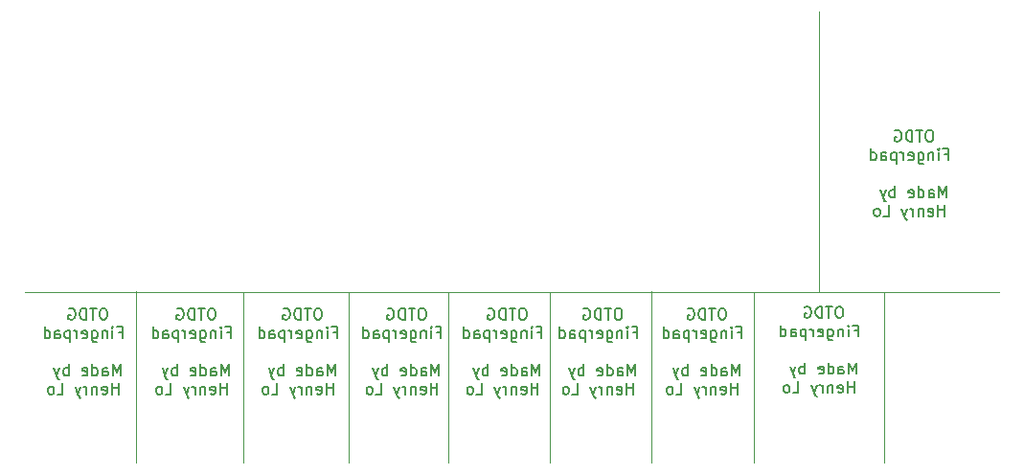
<source format=gbr>
G04 #@! TF.GenerationSoftware,KiCad,Pcbnew,5.1.2*
G04 #@! TF.CreationDate,2019-05-27T23:22:56-07:00*
G04 #@! TF.ProjectId,gloveProtoFinal,676c6f76-6550-4726-9f74-6f46696e616c,rev?*
G04 #@! TF.SameCoordinates,Original*
G04 #@! TF.FileFunction,Legend,Bot*
G04 #@! TF.FilePolarity,Positive*
%FSLAX46Y46*%
G04 Gerber Fmt 4.6, Leading zero omitted, Abs format (unit mm)*
G04 Created by KiCad (PCBNEW 5.1.2) date 2019-05-27 23:22:56*
%MOMM*%
%LPD*%
G04 APERTURE LIST*
%ADD10C,0.120000*%
%ADD11C,0.150000*%
G04 APERTURE END LIST*
D10*
X27000200Y-79502000D02*
X27000200Y-94640400D01*
X36499800Y-79629000D02*
X36499800Y-94640400D01*
X45770800Y-79552800D02*
X45770800Y-94640400D01*
X54584600Y-79578200D02*
X54584600Y-94615000D01*
X63525400Y-79527400D02*
X63525400Y-94640400D01*
X72567800Y-79502000D02*
X72567800Y-94665800D01*
X81610200Y-79552800D02*
X81610200Y-94615000D01*
X93091000Y-79603600D02*
X93091000Y-94615000D01*
D11*
X97208742Y-65240380D02*
X97018266Y-65240380D01*
X96923028Y-65288000D01*
X96827790Y-65383238D01*
X96780171Y-65573714D01*
X96780171Y-65907047D01*
X96827790Y-66097523D01*
X96923028Y-66192761D01*
X97018266Y-66240380D01*
X97208742Y-66240380D01*
X97303980Y-66192761D01*
X97399219Y-66097523D01*
X97446838Y-65907047D01*
X97446838Y-65573714D01*
X97399219Y-65383238D01*
X97303980Y-65288000D01*
X97208742Y-65240380D01*
X96494457Y-65240380D02*
X95923028Y-65240380D01*
X96208742Y-66240380D02*
X96208742Y-65240380D01*
X95589695Y-66240380D02*
X95589695Y-65240380D01*
X95351600Y-65240380D01*
X95208742Y-65288000D01*
X95113504Y-65383238D01*
X95065885Y-65478476D01*
X95018266Y-65668952D01*
X95018266Y-65811809D01*
X95065885Y-66002285D01*
X95113504Y-66097523D01*
X95208742Y-66192761D01*
X95351600Y-66240380D01*
X95589695Y-66240380D01*
X94065885Y-65288000D02*
X94161123Y-65240380D01*
X94303980Y-65240380D01*
X94446838Y-65288000D01*
X94542076Y-65383238D01*
X94589695Y-65478476D01*
X94637314Y-65668952D01*
X94637314Y-65811809D01*
X94589695Y-66002285D01*
X94542076Y-66097523D01*
X94446838Y-66192761D01*
X94303980Y-66240380D01*
X94208742Y-66240380D01*
X94065885Y-66192761D01*
X94018266Y-66145142D01*
X94018266Y-65811809D01*
X94208742Y-65811809D01*
X98446838Y-67366571D02*
X98780171Y-67366571D01*
X98780171Y-67890380D02*
X98780171Y-66890380D01*
X98303980Y-66890380D01*
X97923028Y-67890380D02*
X97923028Y-67223714D01*
X97923028Y-66890380D02*
X97970647Y-66938000D01*
X97923028Y-66985619D01*
X97875409Y-66938000D01*
X97923028Y-66890380D01*
X97923028Y-66985619D01*
X97446838Y-67223714D02*
X97446838Y-67890380D01*
X97446838Y-67318952D02*
X97399219Y-67271333D01*
X97303980Y-67223714D01*
X97161123Y-67223714D01*
X97065885Y-67271333D01*
X97018266Y-67366571D01*
X97018266Y-67890380D01*
X96113504Y-67223714D02*
X96113504Y-68033238D01*
X96161123Y-68128476D01*
X96208742Y-68176095D01*
X96303980Y-68223714D01*
X96446838Y-68223714D01*
X96542076Y-68176095D01*
X96113504Y-67842761D02*
X96208742Y-67890380D01*
X96399219Y-67890380D01*
X96494457Y-67842761D01*
X96542076Y-67795142D01*
X96589695Y-67699904D01*
X96589695Y-67414190D01*
X96542076Y-67318952D01*
X96494457Y-67271333D01*
X96399219Y-67223714D01*
X96208742Y-67223714D01*
X96113504Y-67271333D01*
X95256361Y-67842761D02*
X95351600Y-67890380D01*
X95542076Y-67890380D01*
X95637314Y-67842761D01*
X95684933Y-67747523D01*
X95684933Y-67366571D01*
X95637314Y-67271333D01*
X95542076Y-67223714D01*
X95351600Y-67223714D01*
X95256361Y-67271333D01*
X95208742Y-67366571D01*
X95208742Y-67461809D01*
X95684933Y-67557047D01*
X94780171Y-67890380D02*
X94780171Y-67223714D01*
X94780171Y-67414190D02*
X94732552Y-67318952D01*
X94684933Y-67271333D01*
X94589695Y-67223714D01*
X94494457Y-67223714D01*
X94161123Y-67223714D02*
X94161123Y-68223714D01*
X94161123Y-67271333D02*
X94065885Y-67223714D01*
X93875409Y-67223714D01*
X93780171Y-67271333D01*
X93732552Y-67318952D01*
X93684933Y-67414190D01*
X93684933Y-67699904D01*
X93732552Y-67795142D01*
X93780171Y-67842761D01*
X93875409Y-67890380D01*
X94065885Y-67890380D01*
X94161123Y-67842761D01*
X92827790Y-67890380D02*
X92827790Y-67366571D01*
X92875409Y-67271333D01*
X92970647Y-67223714D01*
X93161123Y-67223714D01*
X93256361Y-67271333D01*
X92827790Y-67842761D02*
X92923028Y-67890380D01*
X93161123Y-67890380D01*
X93256361Y-67842761D01*
X93303980Y-67747523D01*
X93303980Y-67652285D01*
X93256361Y-67557047D01*
X93161123Y-67509428D01*
X92923028Y-67509428D01*
X92827790Y-67461809D01*
X91923028Y-67890380D02*
X91923028Y-66890380D01*
X91923028Y-67842761D02*
X92018266Y-67890380D01*
X92208742Y-67890380D01*
X92303980Y-67842761D01*
X92351600Y-67795142D01*
X92399219Y-67699904D01*
X92399219Y-67414190D01*
X92351600Y-67318952D01*
X92303980Y-67271333D01*
X92208742Y-67223714D01*
X92018266Y-67223714D01*
X91923028Y-67271333D01*
X98613504Y-71190380D02*
X98613504Y-70190380D01*
X98280171Y-70904666D01*
X97946838Y-70190380D01*
X97946838Y-71190380D01*
X97042076Y-71190380D02*
X97042076Y-70666571D01*
X97089695Y-70571333D01*
X97184933Y-70523714D01*
X97375409Y-70523714D01*
X97470647Y-70571333D01*
X97042076Y-71142761D02*
X97137314Y-71190380D01*
X97375409Y-71190380D01*
X97470647Y-71142761D01*
X97518266Y-71047523D01*
X97518266Y-70952285D01*
X97470647Y-70857047D01*
X97375409Y-70809428D01*
X97137314Y-70809428D01*
X97042076Y-70761809D01*
X96137314Y-71190380D02*
X96137314Y-70190380D01*
X96137314Y-71142761D02*
X96232552Y-71190380D01*
X96423028Y-71190380D01*
X96518266Y-71142761D01*
X96565885Y-71095142D01*
X96613504Y-70999904D01*
X96613504Y-70714190D01*
X96565885Y-70618952D01*
X96518266Y-70571333D01*
X96423028Y-70523714D01*
X96232552Y-70523714D01*
X96137314Y-70571333D01*
X95280171Y-71142761D02*
X95375409Y-71190380D01*
X95565885Y-71190380D01*
X95661123Y-71142761D01*
X95708742Y-71047523D01*
X95708742Y-70666571D01*
X95661123Y-70571333D01*
X95565885Y-70523714D01*
X95375409Y-70523714D01*
X95280171Y-70571333D01*
X95232552Y-70666571D01*
X95232552Y-70761809D01*
X95708742Y-70857047D01*
X94042076Y-71190380D02*
X94042076Y-70190380D01*
X94042076Y-70571333D02*
X93946838Y-70523714D01*
X93756361Y-70523714D01*
X93661123Y-70571333D01*
X93613504Y-70618952D01*
X93565885Y-70714190D01*
X93565885Y-70999904D01*
X93613504Y-71095142D01*
X93661123Y-71142761D01*
X93756361Y-71190380D01*
X93946838Y-71190380D01*
X94042076Y-71142761D01*
X93232552Y-70523714D02*
X92994457Y-71190380D01*
X92756361Y-70523714D02*
X92994457Y-71190380D01*
X93089695Y-71428476D01*
X93137314Y-71476095D01*
X93232552Y-71523714D01*
X98446838Y-72840380D02*
X98446838Y-71840380D01*
X98446838Y-72316571D02*
X97875409Y-72316571D01*
X97875409Y-72840380D02*
X97875409Y-71840380D01*
X97018266Y-72792761D02*
X97113504Y-72840380D01*
X97303980Y-72840380D01*
X97399219Y-72792761D01*
X97446838Y-72697523D01*
X97446838Y-72316571D01*
X97399219Y-72221333D01*
X97303980Y-72173714D01*
X97113504Y-72173714D01*
X97018266Y-72221333D01*
X96970647Y-72316571D01*
X96970647Y-72411809D01*
X97446838Y-72507047D01*
X96542076Y-72173714D02*
X96542076Y-72840380D01*
X96542076Y-72268952D02*
X96494457Y-72221333D01*
X96399219Y-72173714D01*
X96256361Y-72173714D01*
X96161123Y-72221333D01*
X96113504Y-72316571D01*
X96113504Y-72840380D01*
X95637314Y-72840380D02*
X95637314Y-72173714D01*
X95637314Y-72364190D02*
X95589695Y-72268952D01*
X95542076Y-72221333D01*
X95446838Y-72173714D01*
X95351600Y-72173714D01*
X95113504Y-72173714D02*
X94875409Y-72840380D01*
X94637314Y-72173714D02*
X94875409Y-72840380D01*
X94970647Y-73078476D01*
X95018266Y-73126095D01*
X95113504Y-73173714D01*
X93018266Y-72840380D02*
X93494457Y-72840380D01*
X93494457Y-71840380D01*
X92542076Y-72840380D02*
X92637314Y-72792761D01*
X92684933Y-72745142D01*
X92732552Y-72649904D01*
X92732552Y-72364190D01*
X92684933Y-72268952D01*
X92637314Y-72221333D01*
X92542076Y-72173714D01*
X92399219Y-72173714D01*
X92303980Y-72221333D01*
X92256361Y-72268952D01*
X92208742Y-72364190D01*
X92208742Y-72649904D01*
X92256361Y-72745142D01*
X92303980Y-72792761D01*
X92399219Y-72840380D01*
X92542076Y-72840380D01*
X89233142Y-80835980D02*
X89042666Y-80835980D01*
X88947428Y-80883600D01*
X88852190Y-80978838D01*
X88804571Y-81169314D01*
X88804571Y-81502647D01*
X88852190Y-81693123D01*
X88947428Y-81788361D01*
X89042666Y-81835980D01*
X89233142Y-81835980D01*
X89328380Y-81788361D01*
X89423619Y-81693123D01*
X89471238Y-81502647D01*
X89471238Y-81169314D01*
X89423619Y-80978838D01*
X89328380Y-80883600D01*
X89233142Y-80835980D01*
X88518857Y-80835980D02*
X87947428Y-80835980D01*
X88233142Y-81835980D02*
X88233142Y-80835980D01*
X87614095Y-81835980D02*
X87614095Y-80835980D01*
X87376000Y-80835980D01*
X87233142Y-80883600D01*
X87137904Y-80978838D01*
X87090285Y-81074076D01*
X87042666Y-81264552D01*
X87042666Y-81407409D01*
X87090285Y-81597885D01*
X87137904Y-81693123D01*
X87233142Y-81788361D01*
X87376000Y-81835980D01*
X87614095Y-81835980D01*
X86090285Y-80883600D02*
X86185523Y-80835980D01*
X86328380Y-80835980D01*
X86471238Y-80883600D01*
X86566476Y-80978838D01*
X86614095Y-81074076D01*
X86661714Y-81264552D01*
X86661714Y-81407409D01*
X86614095Y-81597885D01*
X86566476Y-81693123D01*
X86471238Y-81788361D01*
X86328380Y-81835980D01*
X86233142Y-81835980D01*
X86090285Y-81788361D01*
X86042666Y-81740742D01*
X86042666Y-81407409D01*
X86233142Y-81407409D01*
X90471238Y-82962171D02*
X90804571Y-82962171D01*
X90804571Y-83485980D02*
X90804571Y-82485980D01*
X90328380Y-82485980D01*
X89947428Y-83485980D02*
X89947428Y-82819314D01*
X89947428Y-82485980D02*
X89995047Y-82533600D01*
X89947428Y-82581219D01*
X89899809Y-82533600D01*
X89947428Y-82485980D01*
X89947428Y-82581219D01*
X89471238Y-82819314D02*
X89471238Y-83485980D01*
X89471238Y-82914552D02*
X89423619Y-82866933D01*
X89328380Y-82819314D01*
X89185523Y-82819314D01*
X89090285Y-82866933D01*
X89042666Y-82962171D01*
X89042666Y-83485980D01*
X88137904Y-82819314D02*
X88137904Y-83628838D01*
X88185523Y-83724076D01*
X88233142Y-83771695D01*
X88328380Y-83819314D01*
X88471238Y-83819314D01*
X88566476Y-83771695D01*
X88137904Y-83438361D02*
X88233142Y-83485980D01*
X88423619Y-83485980D01*
X88518857Y-83438361D01*
X88566476Y-83390742D01*
X88614095Y-83295504D01*
X88614095Y-83009790D01*
X88566476Y-82914552D01*
X88518857Y-82866933D01*
X88423619Y-82819314D01*
X88233142Y-82819314D01*
X88137904Y-82866933D01*
X87280761Y-83438361D02*
X87376000Y-83485980D01*
X87566476Y-83485980D01*
X87661714Y-83438361D01*
X87709333Y-83343123D01*
X87709333Y-82962171D01*
X87661714Y-82866933D01*
X87566476Y-82819314D01*
X87376000Y-82819314D01*
X87280761Y-82866933D01*
X87233142Y-82962171D01*
X87233142Y-83057409D01*
X87709333Y-83152647D01*
X86804571Y-83485980D02*
X86804571Y-82819314D01*
X86804571Y-83009790D02*
X86756952Y-82914552D01*
X86709333Y-82866933D01*
X86614095Y-82819314D01*
X86518857Y-82819314D01*
X86185523Y-82819314D02*
X86185523Y-83819314D01*
X86185523Y-82866933D02*
X86090285Y-82819314D01*
X85899809Y-82819314D01*
X85804571Y-82866933D01*
X85756952Y-82914552D01*
X85709333Y-83009790D01*
X85709333Y-83295504D01*
X85756952Y-83390742D01*
X85804571Y-83438361D01*
X85899809Y-83485980D01*
X86090285Y-83485980D01*
X86185523Y-83438361D01*
X84852190Y-83485980D02*
X84852190Y-82962171D01*
X84899809Y-82866933D01*
X84995047Y-82819314D01*
X85185523Y-82819314D01*
X85280761Y-82866933D01*
X84852190Y-83438361D02*
X84947428Y-83485980D01*
X85185523Y-83485980D01*
X85280761Y-83438361D01*
X85328380Y-83343123D01*
X85328380Y-83247885D01*
X85280761Y-83152647D01*
X85185523Y-83105028D01*
X84947428Y-83105028D01*
X84852190Y-83057409D01*
X83947428Y-83485980D02*
X83947428Y-82485980D01*
X83947428Y-83438361D02*
X84042666Y-83485980D01*
X84233142Y-83485980D01*
X84328380Y-83438361D01*
X84376000Y-83390742D01*
X84423619Y-83295504D01*
X84423619Y-83009790D01*
X84376000Y-82914552D01*
X84328380Y-82866933D01*
X84233142Y-82819314D01*
X84042666Y-82819314D01*
X83947428Y-82866933D01*
X90637904Y-86785980D02*
X90637904Y-85785980D01*
X90304571Y-86500266D01*
X89971238Y-85785980D01*
X89971238Y-86785980D01*
X89066476Y-86785980D02*
X89066476Y-86262171D01*
X89114095Y-86166933D01*
X89209333Y-86119314D01*
X89399809Y-86119314D01*
X89495047Y-86166933D01*
X89066476Y-86738361D02*
X89161714Y-86785980D01*
X89399809Y-86785980D01*
X89495047Y-86738361D01*
X89542666Y-86643123D01*
X89542666Y-86547885D01*
X89495047Y-86452647D01*
X89399809Y-86405028D01*
X89161714Y-86405028D01*
X89066476Y-86357409D01*
X88161714Y-86785980D02*
X88161714Y-85785980D01*
X88161714Y-86738361D02*
X88256952Y-86785980D01*
X88447428Y-86785980D01*
X88542666Y-86738361D01*
X88590285Y-86690742D01*
X88637904Y-86595504D01*
X88637904Y-86309790D01*
X88590285Y-86214552D01*
X88542666Y-86166933D01*
X88447428Y-86119314D01*
X88256952Y-86119314D01*
X88161714Y-86166933D01*
X87304571Y-86738361D02*
X87399809Y-86785980D01*
X87590285Y-86785980D01*
X87685523Y-86738361D01*
X87733142Y-86643123D01*
X87733142Y-86262171D01*
X87685523Y-86166933D01*
X87590285Y-86119314D01*
X87399809Y-86119314D01*
X87304571Y-86166933D01*
X87256952Y-86262171D01*
X87256952Y-86357409D01*
X87733142Y-86452647D01*
X86066476Y-86785980D02*
X86066476Y-85785980D01*
X86066476Y-86166933D02*
X85971238Y-86119314D01*
X85780761Y-86119314D01*
X85685523Y-86166933D01*
X85637904Y-86214552D01*
X85590285Y-86309790D01*
X85590285Y-86595504D01*
X85637904Y-86690742D01*
X85685523Y-86738361D01*
X85780761Y-86785980D01*
X85971238Y-86785980D01*
X86066476Y-86738361D01*
X85256952Y-86119314D02*
X85018857Y-86785980D01*
X84780761Y-86119314D02*
X85018857Y-86785980D01*
X85114095Y-87024076D01*
X85161714Y-87071695D01*
X85256952Y-87119314D01*
X90471238Y-88435980D02*
X90471238Y-87435980D01*
X90471238Y-87912171D02*
X89899809Y-87912171D01*
X89899809Y-88435980D02*
X89899809Y-87435980D01*
X89042666Y-88388361D02*
X89137904Y-88435980D01*
X89328380Y-88435980D01*
X89423619Y-88388361D01*
X89471238Y-88293123D01*
X89471238Y-87912171D01*
X89423619Y-87816933D01*
X89328380Y-87769314D01*
X89137904Y-87769314D01*
X89042666Y-87816933D01*
X88995047Y-87912171D01*
X88995047Y-88007409D01*
X89471238Y-88102647D01*
X88566476Y-87769314D02*
X88566476Y-88435980D01*
X88566476Y-87864552D02*
X88518857Y-87816933D01*
X88423619Y-87769314D01*
X88280761Y-87769314D01*
X88185523Y-87816933D01*
X88137904Y-87912171D01*
X88137904Y-88435980D01*
X87661714Y-88435980D02*
X87661714Y-87769314D01*
X87661714Y-87959790D02*
X87614095Y-87864552D01*
X87566476Y-87816933D01*
X87471238Y-87769314D01*
X87376000Y-87769314D01*
X87137904Y-87769314D02*
X86899809Y-88435980D01*
X86661714Y-87769314D02*
X86899809Y-88435980D01*
X86995047Y-88674076D01*
X87042666Y-88721695D01*
X87137904Y-88769314D01*
X85042666Y-88435980D02*
X85518857Y-88435980D01*
X85518857Y-87435980D01*
X84566476Y-88435980D02*
X84661714Y-88388361D01*
X84709333Y-88340742D01*
X84756952Y-88245504D01*
X84756952Y-87959790D01*
X84709333Y-87864552D01*
X84661714Y-87816933D01*
X84566476Y-87769314D01*
X84423619Y-87769314D01*
X84328380Y-87816933D01*
X84280761Y-87864552D01*
X84233142Y-87959790D01*
X84233142Y-88245504D01*
X84280761Y-88340742D01*
X84328380Y-88388361D01*
X84423619Y-88435980D01*
X84566476Y-88435980D01*
X78895342Y-80988380D02*
X78704866Y-80988380D01*
X78609628Y-81036000D01*
X78514390Y-81131238D01*
X78466771Y-81321714D01*
X78466771Y-81655047D01*
X78514390Y-81845523D01*
X78609628Y-81940761D01*
X78704866Y-81988380D01*
X78895342Y-81988380D01*
X78990580Y-81940761D01*
X79085819Y-81845523D01*
X79133438Y-81655047D01*
X79133438Y-81321714D01*
X79085819Y-81131238D01*
X78990580Y-81036000D01*
X78895342Y-80988380D01*
X78181057Y-80988380D02*
X77609628Y-80988380D01*
X77895342Y-81988380D02*
X77895342Y-80988380D01*
X77276295Y-81988380D02*
X77276295Y-80988380D01*
X77038200Y-80988380D01*
X76895342Y-81036000D01*
X76800104Y-81131238D01*
X76752485Y-81226476D01*
X76704866Y-81416952D01*
X76704866Y-81559809D01*
X76752485Y-81750285D01*
X76800104Y-81845523D01*
X76895342Y-81940761D01*
X77038200Y-81988380D01*
X77276295Y-81988380D01*
X75752485Y-81036000D02*
X75847723Y-80988380D01*
X75990580Y-80988380D01*
X76133438Y-81036000D01*
X76228676Y-81131238D01*
X76276295Y-81226476D01*
X76323914Y-81416952D01*
X76323914Y-81559809D01*
X76276295Y-81750285D01*
X76228676Y-81845523D01*
X76133438Y-81940761D01*
X75990580Y-81988380D01*
X75895342Y-81988380D01*
X75752485Y-81940761D01*
X75704866Y-81893142D01*
X75704866Y-81559809D01*
X75895342Y-81559809D01*
X80133438Y-83114571D02*
X80466771Y-83114571D01*
X80466771Y-83638380D02*
X80466771Y-82638380D01*
X79990580Y-82638380D01*
X79609628Y-83638380D02*
X79609628Y-82971714D01*
X79609628Y-82638380D02*
X79657247Y-82686000D01*
X79609628Y-82733619D01*
X79562009Y-82686000D01*
X79609628Y-82638380D01*
X79609628Y-82733619D01*
X79133438Y-82971714D02*
X79133438Y-83638380D01*
X79133438Y-83066952D02*
X79085819Y-83019333D01*
X78990580Y-82971714D01*
X78847723Y-82971714D01*
X78752485Y-83019333D01*
X78704866Y-83114571D01*
X78704866Y-83638380D01*
X77800104Y-82971714D02*
X77800104Y-83781238D01*
X77847723Y-83876476D01*
X77895342Y-83924095D01*
X77990580Y-83971714D01*
X78133438Y-83971714D01*
X78228676Y-83924095D01*
X77800104Y-83590761D02*
X77895342Y-83638380D01*
X78085819Y-83638380D01*
X78181057Y-83590761D01*
X78228676Y-83543142D01*
X78276295Y-83447904D01*
X78276295Y-83162190D01*
X78228676Y-83066952D01*
X78181057Y-83019333D01*
X78085819Y-82971714D01*
X77895342Y-82971714D01*
X77800104Y-83019333D01*
X76942961Y-83590761D02*
X77038200Y-83638380D01*
X77228676Y-83638380D01*
X77323914Y-83590761D01*
X77371533Y-83495523D01*
X77371533Y-83114571D01*
X77323914Y-83019333D01*
X77228676Y-82971714D01*
X77038200Y-82971714D01*
X76942961Y-83019333D01*
X76895342Y-83114571D01*
X76895342Y-83209809D01*
X77371533Y-83305047D01*
X76466771Y-83638380D02*
X76466771Y-82971714D01*
X76466771Y-83162190D02*
X76419152Y-83066952D01*
X76371533Y-83019333D01*
X76276295Y-82971714D01*
X76181057Y-82971714D01*
X75847723Y-82971714D02*
X75847723Y-83971714D01*
X75847723Y-83019333D02*
X75752485Y-82971714D01*
X75562009Y-82971714D01*
X75466771Y-83019333D01*
X75419152Y-83066952D01*
X75371533Y-83162190D01*
X75371533Y-83447904D01*
X75419152Y-83543142D01*
X75466771Y-83590761D01*
X75562009Y-83638380D01*
X75752485Y-83638380D01*
X75847723Y-83590761D01*
X74514390Y-83638380D02*
X74514390Y-83114571D01*
X74562009Y-83019333D01*
X74657247Y-82971714D01*
X74847723Y-82971714D01*
X74942961Y-83019333D01*
X74514390Y-83590761D02*
X74609628Y-83638380D01*
X74847723Y-83638380D01*
X74942961Y-83590761D01*
X74990580Y-83495523D01*
X74990580Y-83400285D01*
X74942961Y-83305047D01*
X74847723Y-83257428D01*
X74609628Y-83257428D01*
X74514390Y-83209809D01*
X73609628Y-83638380D02*
X73609628Y-82638380D01*
X73609628Y-83590761D02*
X73704866Y-83638380D01*
X73895342Y-83638380D01*
X73990580Y-83590761D01*
X74038200Y-83543142D01*
X74085819Y-83447904D01*
X74085819Y-83162190D01*
X74038200Y-83066952D01*
X73990580Y-83019333D01*
X73895342Y-82971714D01*
X73704866Y-82971714D01*
X73609628Y-83019333D01*
X80300104Y-86938380D02*
X80300104Y-85938380D01*
X79966771Y-86652666D01*
X79633438Y-85938380D01*
X79633438Y-86938380D01*
X78728676Y-86938380D02*
X78728676Y-86414571D01*
X78776295Y-86319333D01*
X78871533Y-86271714D01*
X79062009Y-86271714D01*
X79157247Y-86319333D01*
X78728676Y-86890761D02*
X78823914Y-86938380D01*
X79062009Y-86938380D01*
X79157247Y-86890761D01*
X79204866Y-86795523D01*
X79204866Y-86700285D01*
X79157247Y-86605047D01*
X79062009Y-86557428D01*
X78823914Y-86557428D01*
X78728676Y-86509809D01*
X77823914Y-86938380D02*
X77823914Y-85938380D01*
X77823914Y-86890761D02*
X77919152Y-86938380D01*
X78109628Y-86938380D01*
X78204866Y-86890761D01*
X78252485Y-86843142D01*
X78300104Y-86747904D01*
X78300104Y-86462190D01*
X78252485Y-86366952D01*
X78204866Y-86319333D01*
X78109628Y-86271714D01*
X77919152Y-86271714D01*
X77823914Y-86319333D01*
X76966771Y-86890761D02*
X77062009Y-86938380D01*
X77252485Y-86938380D01*
X77347723Y-86890761D01*
X77395342Y-86795523D01*
X77395342Y-86414571D01*
X77347723Y-86319333D01*
X77252485Y-86271714D01*
X77062009Y-86271714D01*
X76966771Y-86319333D01*
X76919152Y-86414571D01*
X76919152Y-86509809D01*
X77395342Y-86605047D01*
X75728676Y-86938380D02*
X75728676Y-85938380D01*
X75728676Y-86319333D02*
X75633438Y-86271714D01*
X75442961Y-86271714D01*
X75347723Y-86319333D01*
X75300104Y-86366952D01*
X75252485Y-86462190D01*
X75252485Y-86747904D01*
X75300104Y-86843142D01*
X75347723Y-86890761D01*
X75442961Y-86938380D01*
X75633438Y-86938380D01*
X75728676Y-86890761D01*
X74919152Y-86271714D02*
X74681057Y-86938380D01*
X74442961Y-86271714D02*
X74681057Y-86938380D01*
X74776295Y-87176476D01*
X74823914Y-87224095D01*
X74919152Y-87271714D01*
X80133438Y-88588380D02*
X80133438Y-87588380D01*
X80133438Y-88064571D02*
X79562009Y-88064571D01*
X79562009Y-88588380D02*
X79562009Y-87588380D01*
X78704866Y-88540761D02*
X78800104Y-88588380D01*
X78990580Y-88588380D01*
X79085819Y-88540761D01*
X79133438Y-88445523D01*
X79133438Y-88064571D01*
X79085819Y-87969333D01*
X78990580Y-87921714D01*
X78800104Y-87921714D01*
X78704866Y-87969333D01*
X78657247Y-88064571D01*
X78657247Y-88159809D01*
X79133438Y-88255047D01*
X78228676Y-87921714D02*
X78228676Y-88588380D01*
X78228676Y-88016952D02*
X78181057Y-87969333D01*
X78085819Y-87921714D01*
X77942961Y-87921714D01*
X77847723Y-87969333D01*
X77800104Y-88064571D01*
X77800104Y-88588380D01*
X77323914Y-88588380D02*
X77323914Y-87921714D01*
X77323914Y-88112190D02*
X77276295Y-88016952D01*
X77228676Y-87969333D01*
X77133438Y-87921714D01*
X77038200Y-87921714D01*
X76800104Y-87921714D02*
X76562009Y-88588380D01*
X76323914Y-87921714D02*
X76562009Y-88588380D01*
X76657247Y-88826476D01*
X76704866Y-88874095D01*
X76800104Y-88921714D01*
X74704866Y-88588380D02*
X75181057Y-88588380D01*
X75181057Y-87588380D01*
X74228676Y-88588380D02*
X74323914Y-88540761D01*
X74371533Y-88493142D01*
X74419152Y-88397904D01*
X74419152Y-88112190D01*
X74371533Y-88016952D01*
X74323914Y-87969333D01*
X74228676Y-87921714D01*
X74085819Y-87921714D01*
X73990580Y-87969333D01*
X73942961Y-88016952D01*
X73895342Y-88112190D01*
X73895342Y-88397904D01*
X73942961Y-88493142D01*
X73990580Y-88540761D01*
X74085819Y-88588380D01*
X74228676Y-88588380D01*
X69700542Y-80988380D02*
X69510066Y-80988380D01*
X69414828Y-81036000D01*
X69319590Y-81131238D01*
X69271971Y-81321714D01*
X69271971Y-81655047D01*
X69319590Y-81845523D01*
X69414828Y-81940761D01*
X69510066Y-81988380D01*
X69700542Y-81988380D01*
X69795780Y-81940761D01*
X69891019Y-81845523D01*
X69938638Y-81655047D01*
X69938638Y-81321714D01*
X69891019Y-81131238D01*
X69795780Y-81036000D01*
X69700542Y-80988380D01*
X68986257Y-80988380D02*
X68414828Y-80988380D01*
X68700542Y-81988380D02*
X68700542Y-80988380D01*
X68081495Y-81988380D02*
X68081495Y-80988380D01*
X67843400Y-80988380D01*
X67700542Y-81036000D01*
X67605304Y-81131238D01*
X67557685Y-81226476D01*
X67510066Y-81416952D01*
X67510066Y-81559809D01*
X67557685Y-81750285D01*
X67605304Y-81845523D01*
X67700542Y-81940761D01*
X67843400Y-81988380D01*
X68081495Y-81988380D01*
X66557685Y-81036000D02*
X66652923Y-80988380D01*
X66795780Y-80988380D01*
X66938638Y-81036000D01*
X67033876Y-81131238D01*
X67081495Y-81226476D01*
X67129114Y-81416952D01*
X67129114Y-81559809D01*
X67081495Y-81750285D01*
X67033876Y-81845523D01*
X66938638Y-81940761D01*
X66795780Y-81988380D01*
X66700542Y-81988380D01*
X66557685Y-81940761D01*
X66510066Y-81893142D01*
X66510066Y-81559809D01*
X66700542Y-81559809D01*
X70938638Y-83114571D02*
X71271971Y-83114571D01*
X71271971Y-83638380D02*
X71271971Y-82638380D01*
X70795780Y-82638380D01*
X70414828Y-83638380D02*
X70414828Y-82971714D01*
X70414828Y-82638380D02*
X70462447Y-82686000D01*
X70414828Y-82733619D01*
X70367209Y-82686000D01*
X70414828Y-82638380D01*
X70414828Y-82733619D01*
X69938638Y-82971714D02*
X69938638Y-83638380D01*
X69938638Y-83066952D02*
X69891019Y-83019333D01*
X69795780Y-82971714D01*
X69652923Y-82971714D01*
X69557685Y-83019333D01*
X69510066Y-83114571D01*
X69510066Y-83638380D01*
X68605304Y-82971714D02*
X68605304Y-83781238D01*
X68652923Y-83876476D01*
X68700542Y-83924095D01*
X68795780Y-83971714D01*
X68938638Y-83971714D01*
X69033876Y-83924095D01*
X68605304Y-83590761D02*
X68700542Y-83638380D01*
X68891019Y-83638380D01*
X68986257Y-83590761D01*
X69033876Y-83543142D01*
X69081495Y-83447904D01*
X69081495Y-83162190D01*
X69033876Y-83066952D01*
X68986257Y-83019333D01*
X68891019Y-82971714D01*
X68700542Y-82971714D01*
X68605304Y-83019333D01*
X67748161Y-83590761D02*
X67843400Y-83638380D01*
X68033876Y-83638380D01*
X68129114Y-83590761D01*
X68176733Y-83495523D01*
X68176733Y-83114571D01*
X68129114Y-83019333D01*
X68033876Y-82971714D01*
X67843400Y-82971714D01*
X67748161Y-83019333D01*
X67700542Y-83114571D01*
X67700542Y-83209809D01*
X68176733Y-83305047D01*
X67271971Y-83638380D02*
X67271971Y-82971714D01*
X67271971Y-83162190D02*
X67224352Y-83066952D01*
X67176733Y-83019333D01*
X67081495Y-82971714D01*
X66986257Y-82971714D01*
X66652923Y-82971714D02*
X66652923Y-83971714D01*
X66652923Y-83019333D02*
X66557685Y-82971714D01*
X66367209Y-82971714D01*
X66271971Y-83019333D01*
X66224352Y-83066952D01*
X66176733Y-83162190D01*
X66176733Y-83447904D01*
X66224352Y-83543142D01*
X66271971Y-83590761D01*
X66367209Y-83638380D01*
X66557685Y-83638380D01*
X66652923Y-83590761D01*
X65319590Y-83638380D02*
X65319590Y-83114571D01*
X65367209Y-83019333D01*
X65462447Y-82971714D01*
X65652923Y-82971714D01*
X65748161Y-83019333D01*
X65319590Y-83590761D02*
X65414828Y-83638380D01*
X65652923Y-83638380D01*
X65748161Y-83590761D01*
X65795780Y-83495523D01*
X65795780Y-83400285D01*
X65748161Y-83305047D01*
X65652923Y-83257428D01*
X65414828Y-83257428D01*
X65319590Y-83209809D01*
X64414828Y-83638380D02*
X64414828Y-82638380D01*
X64414828Y-83590761D02*
X64510066Y-83638380D01*
X64700542Y-83638380D01*
X64795780Y-83590761D01*
X64843400Y-83543142D01*
X64891019Y-83447904D01*
X64891019Y-83162190D01*
X64843400Y-83066952D01*
X64795780Y-83019333D01*
X64700542Y-82971714D01*
X64510066Y-82971714D01*
X64414828Y-83019333D01*
X71105304Y-86938380D02*
X71105304Y-85938380D01*
X70771971Y-86652666D01*
X70438638Y-85938380D01*
X70438638Y-86938380D01*
X69533876Y-86938380D02*
X69533876Y-86414571D01*
X69581495Y-86319333D01*
X69676733Y-86271714D01*
X69867209Y-86271714D01*
X69962447Y-86319333D01*
X69533876Y-86890761D02*
X69629114Y-86938380D01*
X69867209Y-86938380D01*
X69962447Y-86890761D01*
X70010066Y-86795523D01*
X70010066Y-86700285D01*
X69962447Y-86605047D01*
X69867209Y-86557428D01*
X69629114Y-86557428D01*
X69533876Y-86509809D01*
X68629114Y-86938380D02*
X68629114Y-85938380D01*
X68629114Y-86890761D02*
X68724352Y-86938380D01*
X68914828Y-86938380D01*
X69010066Y-86890761D01*
X69057685Y-86843142D01*
X69105304Y-86747904D01*
X69105304Y-86462190D01*
X69057685Y-86366952D01*
X69010066Y-86319333D01*
X68914828Y-86271714D01*
X68724352Y-86271714D01*
X68629114Y-86319333D01*
X67771971Y-86890761D02*
X67867209Y-86938380D01*
X68057685Y-86938380D01*
X68152923Y-86890761D01*
X68200542Y-86795523D01*
X68200542Y-86414571D01*
X68152923Y-86319333D01*
X68057685Y-86271714D01*
X67867209Y-86271714D01*
X67771971Y-86319333D01*
X67724352Y-86414571D01*
X67724352Y-86509809D01*
X68200542Y-86605047D01*
X66533876Y-86938380D02*
X66533876Y-85938380D01*
X66533876Y-86319333D02*
X66438638Y-86271714D01*
X66248161Y-86271714D01*
X66152923Y-86319333D01*
X66105304Y-86366952D01*
X66057685Y-86462190D01*
X66057685Y-86747904D01*
X66105304Y-86843142D01*
X66152923Y-86890761D01*
X66248161Y-86938380D01*
X66438638Y-86938380D01*
X66533876Y-86890761D01*
X65724352Y-86271714D02*
X65486257Y-86938380D01*
X65248161Y-86271714D02*
X65486257Y-86938380D01*
X65581495Y-87176476D01*
X65629114Y-87224095D01*
X65724352Y-87271714D01*
X70938638Y-88588380D02*
X70938638Y-87588380D01*
X70938638Y-88064571D02*
X70367209Y-88064571D01*
X70367209Y-88588380D02*
X70367209Y-87588380D01*
X69510066Y-88540761D02*
X69605304Y-88588380D01*
X69795780Y-88588380D01*
X69891019Y-88540761D01*
X69938638Y-88445523D01*
X69938638Y-88064571D01*
X69891019Y-87969333D01*
X69795780Y-87921714D01*
X69605304Y-87921714D01*
X69510066Y-87969333D01*
X69462447Y-88064571D01*
X69462447Y-88159809D01*
X69938638Y-88255047D01*
X69033876Y-87921714D02*
X69033876Y-88588380D01*
X69033876Y-88016952D02*
X68986257Y-87969333D01*
X68891019Y-87921714D01*
X68748161Y-87921714D01*
X68652923Y-87969333D01*
X68605304Y-88064571D01*
X68605304Y-88588380D01*
X68129114Y-88588380D02*
X68129114Y-87921714D01*
X68129114Y-88112190D02*
X68081495Y-88016952D01*
X68033876Y-87969333D01*
X67938638Y-87921714D01*
X67843400Y-87921714D01*
X67605304Y-87921714D02*
X67367209Y-88588380D01*
X67129114Y-87921714D02*
X67367209Y-88588380D01*
X67462447Y-88826476D01*
X67510066Y-88874095D01*
X67605304Y-88921714D01*
X65510066Y-88588380D02*
X65986257Y-88588380D01*
X65986257Y-87588380D01*
X65033876Y-88588380D02*
X65129114Y-88540761D01*
X65176733Y-88493142D01*
X65224352Y-88397904D01*
X65224352Y-88112190D01*
X65176733Y-88016952D01*
X65129114Y-87969333D01*
X65033876Y-87921714D01*
X64891019Y-87921714D01*
X64795780Y-87969333D01*
X64748161Y-88016952D01*
X64700542Y-88112190D01*
X64700542Y-88397904D01*
X64748161Y-88493142D01*
X64795780Y-88540761D01*
X64891019Y-88588380D01*
X65033876Y-88588380D01*
X61242342Y-80988380D02*
X61051866Y-80988380D01*
X60956628Y-81036000D01*
X60861390Y-81131238D01*
X60813771Y-81321714D01*
X60813771Y-81655047D01*
X60861390Y-81845523D01*
X60956628Y-81940761D01*
X61051866Y-81988380D01*
X61242342Y-81988380D01*
X61337580Y-81940761D01*
X61432819Y-81845523D01*
X61480438Y-81655047D01*
X61480438Y-81321714D01*
X61432819Y-81131238D01*
X61337580Y-81036000D01*
X61242342Y-80988380D01*
X60528057Y-80988380D02*
X59956628Y-80988380D01*
X60242342Y-81988380D02*
X60242342Y-80988380D01*
X59623295Y-81988380D02*
X59623295Y-80988380D01*
X59385200Y-80988380D01*
X59242342Y-81036000D01*
X59147104Y-81131238D01*
X59099485Y-81226476D01*
X59051866Y-81416952D01*
X59051866Y-81559809D01*
X59099485Y-81750285D01*
X59147104Y-81845523D01*
X59242342Y-81940761D01*
X59385200Y-81988380D01*
X59623295Y-81988380D01*
X58099485Y-81036000D02*
X58194723Y-80988380D01*
X58337580Y-80988380D01*
X58480438Y-81036000D01*
X58575676Y-81131238D01*
X58623295Y-81226476D01*
X58670914Y-81416952D01*
X58670914Y-81559809D01*
X58623295Y-81750285D01*
X58575676Y-81845523D01*
X58480438Y-81940761D01*
X58337580Y-81988380D01*
X58242342Y-81988380D01*
X58099485Y-81940761D01*
X58051866Y-81893142D01*
X58051866Y-81559809D01*
X58242342Y-81559809D01*
X62480438Y-83114571D02*
X62813771Y-83114571D01*
X62813771Y-83638380D02*
X62813771Y-82638380D01*
X62337580Y-82638380D01*
X61956628Y-83638380D02*
X61956628Y-82971714D01*
X61956628Y-82638380D02*
X62004247Y-82686000D01*
X61956628Y-82733619D01*
X61909009Y-82686000D01*
X61956628Y-82638380D01*
X61956628Y-82733619D01*
X61480438Y-82971714D02*
X61480438Y-83638380D01*
X61480438Y-83066952D02*
X61432819Y-83019333D01*
X61337580Y-82971714D01*
X61194723Y-82971714D01*
X61099485Y-83019333D01*
X61051866Y-83114571D01*
X61051866Y-83638380D01*
X60147104Y-82971714D02*
X60147104Y-83781238D01*
X60194723Y-83876476D01*
X60242342Y-83924095D01*
X60337580Y-83971714D01*
X60480438Y-83971714D01*
X60575676Y-83924095D01*
X60147104Y-83590761D02*
X60242342Y-83638380D01*
X60432819Y-83638380D01*
X60528057Y-83590761D01*
X60575676Y-83543142D01*
X60623295Y-83447904D01*
X60623295Y-83162190D01*
X60575676Y-83066952D01*
X60528057Y-83019333D01*
X60432819Y-82971714D01*
X60242342Y-82971714D01*
X60147104Y-83019333D01*
X59289961Y-83590761D02*
X59385200Y-83638380D01*
X59575676Y-83638380D01*
X59670914Y-83590761D01*
X59718533Y-83495523D01*
X59718533Y-83114571D01*
X59670914Y-83019333D01*
X59575676Y-82971714D01*
X59385200Y-82971714D01*
X59289961Y-83019333D01*
X59242342Y-83114571D01*
X59242342Y-83209809D01*
X59718533Y-83305047D01*
X58813771Y-83638380D02*
X58813771Y-82971714D01*
X58813771Y-83162190D02*
X58766152Y-83066952D01*
X58718533Y-83019333D01*
X58623295Y-82971714D01*
X58528057Y-82971714D01*
X58194723Y-82971714D02*
X58194723Y-83971714D01*
X58194723Y-83019333D02*
X58099485Y-82971714D01*
X57909009Y-82971714D01*
X57813771Y-83019333D01*
X57766152Y-83066952D01*
X57718533Y-83162190D01*
X57718533Y-83447904D01*
X57766152Y-83543142D01*
X57813771Y-83590761D01*
X57909009Y-83638380D01*
X58099485Y-83638380D01*
X58194723Y-83590761D01*
X56861390Y-83638380D02*
X56861390Y-83114571D01*
X56909009Y-83019333D01*
X57004247Y-82971714D01*
X57194723Y-82971714D01*
X57289961Y-83019333D01*
X56861390Y-83590761D02*
X56956628Y-83638380D01*
X57194723Y-83638380D01*
X57289961Y-83590761D01*
X57337580Y-83495523D01*
X57337580Y-83400285D01*
X57289961Y-83305047D01*
X57194723Y-83257428D01*
X56956628Y-83257428D01*
X56861390Y-83209809D01*
X55956628Y-83638380D02*
X55956628Y-82638380D01*
X55956628Y-83590761D02*
X56051866Y-83638380D01*
X56242342Y-83638380D01*
X56337580Y-83590761D01*
X56385200Y-83543142D01*
X56432819Y-83447904D01*
X56432819Y-83162190D01*
X56385200Y-83066952D01*
X56337580Y-83019333D01*
X56242342Y-82971714D01*
X56051866Y-82971714D01*
X55956628Y-83019333D01*
X62647104Y-86938380D02*
X62647104Y-85938380D01*
X62313771Y-86652666D01*
X61980438Y-85938380D01*
X61980438Y-86938380D01*
X61075676Y-86938380D02*
X61075676Y-86414571D01*
X61123295Y-86319333D01*
X61218533Y-86271714D01*
X61409009Y-86271714D01*
X61504247Y-86319333D01*
X61075676Y-86890761D02*
X61170914Y-86938380D01*
X61409009Y-86938380D01*
X61504247Y-86890761D01*
X61551866Y-86795523D01*
X61551866Y-86700285D01*
X61504247Y-86605047D01*
X61409009Y-86557428D01*
X61170914Y-86557428D01*
X61075676Y-86509809D01*
X60170914Y-86938380D02*
X60170914Y-85938380D01*
X60170914Y-86890761D02*
X60266152Y-86938380D01*
X60456628Y-86938380D01*
X60551866Y-86890761D01*
X60599485Y-86843142D01*
X60647104Y-86747904D01*
X60647104Y-86462190D01*
X60599485Y-86366952D01*
X60551866Y-86319333D01*
X60456628Y-86271714D01*
X60266152Y-86271714D01*
X60170914Y-86319333D01*
X59313771Y-86890761D02*
X59409009Y-86938380D01*
X59599485Y-86938380D01*
X59694723Y-86890761D01*
X59742342Y-86795523D01*
X59742342Y-86414571D01*
X59694723Y-86319333D01*
X59599485Y-86271714D01*
X59409009Y-86271714D01*
X59313771Y-86319333D01*
X59266152Y-86414571D01*
X59266152Y-86509809D01*
X59742342Y-86605047D01*
X58075676Y-86938380D02*
X58075676Y-85938380D01*
X58075676Y-86319333D02*
X57980438Y-86271714D01*
X57789961Y-86271714D01*
X57694723Y-86319333D01*
X57647104Y-86366952D01*
X57599485Y-86462190D01*
X57599485Y-86747904D01*
X57647104Y-86843142D01*
X57694723Y-86890761D01*
X57789961Y-86938380D01*
X57980438Y-86938380D01*
X58075676Y-86890761D01*
X57266152Y-86271714D02*
X57028057Y-86938380D01*
X56789961Y-86271714D02*
X57028057Y-86938380D01*
X57123295Y-87176476D01*
X57170914Y-87224095D01*
X57266152Y-87271714D01*
X62480438Y-88588380D02*
X62480438Y-87588380D01*
X62480438Y-88064571D02*
X61909009Y-88064571D01*
X61909009Y-88588380D02*
X61909009Y-87588380D01*
X61051866Y-88540761D02*
X61147104Y-88588380D01*
X61337580Y-88588380D01*
X61432819Y-88540761D01*
X61480438Y-88445523D01*
X61480438Y-88064571D01*
X61432819Y-87969333D01*
X61337580Y-87921714D01*
X61147104Y-87921714D01*
X61051866Y-87969333D01*
X61004247Y-88064571D01*
X61004247Y-88159809D01*
X61480438Y-88255047D01*
X60575676Y-87921714D02*
X60575676Y-88588380D01*
X60575676Y-88016952D02*
X60528057Y-87969333D01*
X60432819Y-87921714D01*
X60289961Y-87921714D01*
X60194723Y-87969333D01*
X60147104Y-88064571D01*
X60147104Y-88588380D01*
X59670914Y-88588380D02*
X59670914Y-87921714D01*
X59670914Y-88112190D02*
X59623295Y-88016952D01*
X59575676Y-87969333D01*
X59480438Y-87921714D01*
X59385200Y-87921714D01*
X59147104Y-87921714D02*
X58909009Y-88588380D01*
X58670914Y-87921714D02*
X58909009Y-88588380D01*
X59004247Y-88826476D01*
X59051866Y-88874095D01*
X59147104Y-88921714D01*
X57051866Y-88588380D02*
X57528057Y-88588380D01*
X57528057Y-87588380D01*
X56575676Y-88588380D02*
X56670914Y-88540761D01*
X56718533Y-88493142D01*
X56766152Y-88397904D01*
X56766152Y-88112190D01*
X56718533Y-88016952D01*
X56670914Y-87969333D01*
X56575676Y-87921714D01*
X56432819Y-87921714D01*
X56337580Y-87969333D01*
X56289961Y-88016952D01*
X56242342Y-88112190D01*
X56242342Y-88397904D01*
X56289961Y-88493142D01*
X56337580Y-88540761D01*
X56432819Y-88588380D01*
X56575676Y-88588380D01*
X52352342Y-80988380D02*
X52161866Y-80988380D01*
X52066628Y-81036000D01*
X51971390Y-81131238D01*
X51923771Y-81321714D01*
X51923771Y-81655047D01*
X51971390Y-81845523D01*
X52066628Y-81940761D01*
X52161866Y-81988380D01*
X52352342Y-81988380D01*
X52447580Y-81940761D01*
X52542819Y-81845523D01*
X52590438Y-81655047D01*
X52590438Y-81321714D01*
X52542819Y-81131238D01*
X52447580Y-81036000D01*
X52352342Y-80988380D01*
X51638057Y-80988380D02*
X51066628Y-80988380D01*
X51352342Y-81988380D02*
X51352342Y-80988380D01*
X50733295Y-81988380D02*
X50733295Y-80988380D01*
X50495200Y-80988380D01*
X50352342Y-81036000D01*
X50257104Y-81131238D01*
X50209485Y-81226476D01*
X50161866Y-81416952D01*
X50161866Y-81559809D01*
X50209485Y-81750285D01*
X50257104Y-81845523D01*
X50352342Y-81940761D01*
X50495200Y-81988380D01*
X50733295Y-81988380D01*
X49209485Y-81036000D02*
X49304723Y-80988380D01*
X49447580Y-80988380D01*
X49590438Y-81036000D01*
X49685676Y-81131238D01*
X49733295Y-81226476D01*
X49780914Y-81416952D01*
X49780914Y-81559809D01*
X49733295Y-81750285D01*
X49685676Y-81845523D01*
X49590438Y-81940761D01*
X49447580Y-81988380D01*
X49352342Y-81988380D01*
X49209485Y-81940761D01*
X49161866Y-81893142D01*
X49161866Y-81559809D01*
X49352342Y-81559809D01*
X53590438Y-83114571D02*
X53923771Y-83114571D01*
X53923771Y-83638380D02*
X53923771Y-82638380D01*
X53447580Y-82638380D01*
X53066628Y-83638380D02*
X53066628Y-82971714D01*
X53066628Y-82638380D02*
X53114247Y-82686000D01*
X53066628Y-82733619D01*
X53019009Y-82686000D01*
X53066628Y-82638380D01*
X53066628Y-82733619D01*
X52590438Y-82971714D02*
X52590438Y-83638380D01*
X52590438Y-83066952D02*
X52542819Y-83019333D01*
X52447580Y-82971714D01*
X52304723Y-82971714D01*
X52209485Y-83019333D01*
X52161866Y-83114571D01*
X52161866Y-83638380D01*
X51257104Y-82971714D02*
X51257104Y-83781238D01*
X51304723Y-83876476D01*
X51352342Y-83924095D01*
X51447580Y-83971714D01*
X51590438Y-83971714D01*
X51685676Y-83924095D01*
X51257104Y-83590761D02*
X51352342Y-83638380D01*
X51542819Y-83638380D01*
X51638057Y-83590761D01*
X51685676Y-83543142D01*
X51733295Y-83447904D01*
X51733295Y-83162190D01*
X51685676Y-83066952D01*
X51638057Y-83019333D01*
X51542819Y-82971714D01*
X51352342Y-82971714D01*
X51257104Y-83019333D01*
X50399961Y-83590761D02*
X50495200Y-83638380D01*
X50685676Y-83638380D01*
X50780914Y-83590761D01*
X50828533Y-83495523D01*
X50828533Y-83114571D01*
X50780914Y-83019333D01*
X50685676Y-82971714D01*
X50495200Y-82971714D01*
X50399961Y-83019333D01*
X50352342Y-83114571D01*
X50352342Y-83209809D01*
X50828533Y-83305047D01*
X49923771Y-83638380D02*
X49923771Y-82971714D01*
X49923771Y-83162190D02*
X49876152Y-83066952D01*
X49828533Y-83019333D01*
X49733295Y-82971714D01*
X49638057Y-82971714D01*
X49304723Y-82971714D02*
X49304723Y-83971714D01*
X49304723Y-83019333D02*
X49209485Y-82971714D01*
X49019009Y-82971714D01*
X48923771Y-83019333D01*
X48876152Y-83066952D01*
X48828533Y-83162190D01*
X48828533Y-83447904D01*
X48876152Y-83543142D01*
X48923771Y-83590761D01*
X49019009Y-83638380D01*
X49209485Y-83638380D01*
X49304723Y-83590761D01*
X47971390Y-83638380D02*
X47971390Y-83114571D01*
X48019009Y-83019333D01*
X48114247Y-82971714D01*
X48304723Y-82971714D01*
X48399961Y-83019333D01*
X47971390Y-83590761D02*
X48066628Y-83638380D01*
X48304723Y-83638380D01*
X48399961Y-83590761D01*
X48447580Y-83495523D01*
X48447580Y-83400285D01*
X48399961Y-83305047D01*
X48304723Y-83257428D01*
X48066628Y-83257428D01*
X47971390Y-83209809D01*
X47066628Y-83638380D02*
X47066628Y-82638380D01*
X47066628Y-83590761D02*
X47161866Y-83638380D01*
X47352342Y-83638380D01*
X47447580Y-83590761D01*
X47495200Y-83543142D01*
X47542819Y-83447904D01*
X47542819Y-83162190D01*
X47495200Y-83066952D01*
X47447580Y-83019333D01*
X47352342Y-82971714D01*
X47161866Y-82971714D01*
X47066628Y-83019333D01*
X53757104Y-86938380D02*
X53757104Y-85938380D01*
X53423771Y-86652666D01*
X53090438Y-85938380D01*
X53090438Y-86938380D01*
X52185676Y-86938380D02*
X52185676Y-86414571D01*
X52233295Y-86319333D01*
X52328533Y-86271714D01*
X52519009Y-86271714D01*
X52614247Y-86319333D01*
X52185676Y-86890761D02*
X52280914Y-86938380D01*
X52519009Y-86938380D01*
X52614247Y-86890761D01*
X52661866Y-86795523D01*
X52661866Y-86700285D01*
X52614247Y-86605047D01*
X52519009Y-86557428D01*
X52280914Y-86557428D01*
X52185676Y-86509809D01*
X51280914Y-86938380D02*
X51280914Y-85938380D01*
X51280914Y-86890761D02*
X51376152Y-86938380D01*
X51566628Y-86938380D01*
X51661866Y-86890761D01*
X51709485Y-86843142D01*
X51757104Y-86747904D01*
X51757104Y-86462190D01*
X51709485Y-86366952D01*
X51661866Y-86319333D01*
X51566628Y-86271714D01*
X51376152Y-86271714D01*
X51280914Y-86319333D01*
X50423771Y-86890761D02*
X50519009Y-86938380D01*
X50709485Y-86938380D01*
X50804723Y-86890761D01*
X50852342Y-86795523D01*
X50852342Y-86414571D01*
X50804723Y-86319333D01*
X50709485Y-86271714D01*
X50519009Y-86271714D01*
X50423771Y-86319333D01*
X50376152Y-86414571D01*
X50376152Y-86509809D01*
X50852342Y-86605047D01*
X49185676Y-86938380D02*
X49185676Y-85938380D01*
X49185676Y-86319333D02*
X49090438Y-86271714D01*
X48899961Y-86271714D01*
X48804723Y-86319333D01*
X48757104Y-86366952D01*
X48709485Y-86462190D01*
X48709485Y-86747904D01*
X48757104Y-86843142D01*
X48804723Y-86890761D01*
X48899961Y-86938380D01*
X49090438Y-86938380D01*
X49185676Y-86890761D01*
X48376152Y-86271714D02*
X48138057Y-86938380D01*
X47899961Y-86271714D02*
X48138057Y-86938380D01*
X48233295Y-87176476D01*
X48280914Y-87224095D01*
X48376152Y-87271714D01*
X53590438Y-88588380D02*
X53590438Y-87588380D01*
X53590438Y-88064571D02*
X53019009Y-88064571D01*
X53019009Y-88588380D02*
X53019009Y-87588380D01*
X52161866Y-88540761D02*
X52257104Y-88588380D01*
X52447580Y-88588380D01*
X52542819Y-88540761D01*
X52590438Y-88445523D01*
X52590438Y-88064571D01*
X52542819Y-87969333D01*
X52447580Y-87921714D01*
X52257104Y-87921714D01*
X52161866Y-87969333D01*
X52114247Y-88064571D01*
X52114247Y-88159809D01*
X52590438Y-88255047D01*
X51685676Y-87921714D02*
X51685676Y-88588380D01*
X51685676Y-88016952D02*
X51638057Y-87969333D01*
X51542819Y-87921714D01*
X51399961Y-87921714D01*
X51304723Y-87969333D01*
X51257104Y-88064571D01*
X51257104Y-88588380D01*
X50780914Y-88588380D02*
X50780914Y-87921714D01*
X50780914Y-88112190D02*
X50733295Y-88016952D01*
X50685676Y-87969333D01*
X50590438Y-87921714D01*
X50495200Y-87921714D01*
X50257104Y-87921714D02*
X50019009Y-88588380D01*
X49780914Y-87921714D02*
X50019009Y-88588380D01*
X50114247Y-88826476D01*
X50161866Y-88874095D01*
X50257104Y-88921714D01*
X48161866Y-88588380D02*
X48638057Y-88588380D01*
X48638057Y-87588380D01*
X47685676Y-88588380D02*
X47780914Y-88540761D01*
X47828533Y-88493142D01*
X47876152Y-88397904D01*
X47876152Y-88112190D01*
X47828533Y-88016952D01*
X47780914Y-87969333D01*
X47685676Y-87921714D01*
X47542819Y-87921714D01*
X47447580Y-87969333D01*
X47399961Y-88016952D01*
X47352342Y-88112190D01*
X47352342Y-88397904D01*
X47399961Y-88493142D01*
X47447580Y-88540761D01*
X47542819Y-88588380D01*
X47685676Y-88588380D01*
X43157542Y-80988380D02*
X42967066Y-80988380D01*
X42871828Y-81036000D01*
X42776590Y-81131238D01*
X42728971Y-81321714D01*
X42728971Y-81655047D01*
X42776590Y-81845523D01*
X42871828Y-81940761D01*
X42967066Y-81988380D01*
X43157542Y-81988380D01*
X43252780Y-81940761D01*
X43348019Y-81845523D01*
X43395638Y-81655047D01*
X43395638Y-81321714D01*
X43348019Y-81131238D01*
X43252780Y-81036000D01*
X43157542Y-80988380D01*
X42443257Y-80988380D02*
X41871828Y-80988380D01*
X42157542Y-81988380D02*
X42157542Y-80988380D01*
X41538495Y-81988380D02*
X41538495Y-80988380D01*
X41300400Y-80988380D01*
X41157542Y-81036000D01*
X41062304Y-81131238D01*
X41014685Y-81226476D01*
X40967066Y-81416952D01*
X40967066Y-81559809D01*
X41014685Y-81750285D01*
X41062304Y-81845523D01*
X41157542Y-81940761D01*
X41300400Y-81988380D01*
X41538495Y-81988380D01*
X40014685Y-81036000D02*
X40109923Y-80988380D01*
X40252780Y-80988380D01*
X40395638Y-81036000D01*
X40490876Y-81131238D01*
X40538495Y-81226476D01*
X40586114Y-81416952D01*
X40586114Y-81559809D01*
X40538495Y-81750285D01*
X40490876Y-81845523D01*
X40395638Y-81940761D01*
X40252780Y-81988380D01*
X40157542Y-81988380D01*
X40014685Y-81940761D01*
X39967066Y-81893142D01*
X39967066Y-81559809D01*
X40157542Y-81559809D01*
X44395638Y-83114571D02*
X44728971Y-83114571D01*
X44728971Y-83638380D02*
X44728971Y-82638380D01*
X44252780Y-82638380D01*
X43871828Y-83638380D02*
X43871828Y-82971714D01*
X43871828Y-82638380D02*
X43919447Y-82686000D01*
X43871828Y-82733619D01*
X43824209Y-82686000D01*
X43871828Y-82638380D01*
X43871828Y-82733619D01*
X43395638Y-82971714D02*
X43395638Y-83638380D01*
X43395638Y-83066952D02*
X43348019Y-83019333D01*
X43252780Y-82971714D01*
X43109923Y-82971714D01*
X43014685Y-83019333D01*
X42967066Y-83114571D01*
X42967066Y-83638380D01*
X42062304Y-82971714D02*
X42062304Y-83781238D01*
X42109923Y-83876476D01*
X42157542Y-83924095D01*
X42252780Y-83971714D01*
X42395638Y-83971714D01*
X42490876Y-83924095D01*
X42062304Y-83590761D02*
X42157542Y-83638380D01*
X42348019Y-83638380D01*
X42443257Y-83590761D01*
X42490876Y-83543142D01*
X42538495Y-83447904D01*
X42538495Y-83162190D01*
X42490876Y-83066952D01*
X42443257Y-83019333D01*
X42348019Y-82971714D01*
X42157542Y-82971714D01*
X42062304Y-83019333D01*
X41205161Y-83590761D02*
X41300400Y-83638380D01*
X41490876Y-83638380D01*
X41586114Y-83590761D01*
X41633733Y-83495523D01*
X41633733Y-83114571D01*
X41586114Y-83019333D01*
X41490876Y-82971714D01*
X41300400Y-82971714D01*
X41205161Y-83019333D01*
X41157542Y-83114571D01*
X41157542Y-83209809D01*
X41633733Y-83305047D01*
X40728971Y-83638380D02*
X40728971Y-82971714D01*
X40728971Y-83162190D02*
X40681352Y-83066952D01*
X40633733Y-83019333D01*
X40538495Y-82971714D01*
X40443257Y-82971714D01*
X40109923Y-82971714D02*
X40109923Y-83971714D01*
X40109923Y-83019333D02*
X40014685Y-82971714D01*
X39824209Y-82971714D01*
X39728971Y-83019333D01*
X39681352Y-83066952D01*
X39633733Y-83162190D01*
X39633733Y-83447904D01*
X39681352Y-83543142D01*
X39728971Y-83590761D01*
X39824209Y-83638380D01*
X40014685Y-83638380D01*
X40109923Y-83590761D01*
X38776590Y-83638380D02*
X38776590Y-83114571D01*
X38824209Y-83019333D01*
X38919447Y-82971714D01*
X39109923Y-82971714D01*
X39205161Y-83019333D01*
X38776590Y-83590761D02*
X38871828Y-83638380D01*
X39109923Y-83638380D01*
X39205161Y-83590761D01*
X39252780Y-83495523D01*
X39252780Y-83400285D01*
X39205161Y-83305047D01*
X39109923Y-83257428D01*
X38871828Y-83257428D01*
X38776590Y-83209809D01*
X37871828Y-83638380D02*
X37871828Y-82638380D01*
X37871828Y-83590761D02*
X37967066Y-83638380D01*
X38157542Y-83638380D01*
X38252780Y-83590761D01*
X38300400Y-83543142D01*
X38348019Y-83447904D01*
X38348019Y-83162190D01*
X38300400Y-83066952D01*
X38252780Y-83019333D01*
X38157542Y-82971714D01*
X37967066Y-82971714D01*
X37871828Y-83019333D01*
X44562304Y-86938380D02*
X44562304Y-85938380D01*
X44228971Y-86652666D01*
X43895638Y-85938380D01*
X43895638Y-86938380D01*
X42990876Y-86938380D02*
X42990876Y-86414571D01*
X43038495Y-86319333D01*
X43133733Y-86271714D01*
X43324209Y-86271714D01*
X43419447Y-86319333D01*
X42990876Y-86890761D02*
X43086114Y-86938380D01*
X43324209Y-86938380D01*
X43419447Y-86890761D01*
X43467066Y-86795523D01*
X43467066Y-86700285D01*
X43419447Y-86605047D01*
X43324209Y-86557428D01*
X43086114Y-86557428D01*
X42990876Y-86509809D01*
X42086114Y-86938380D02*
X42086114Y-85938380D01*
X42086114Y-86890761D02*
X42181352Y-86938380D01*
X42371828Y-86938380D01*
X42467066Y-86890761D01*
X42514685Y-86843142D01*
X42562304Y-86747904D01*
X42562304Y-86462190D01*
X42514685Y-86366952D01*
X42467066Y-86319333D01*
X42371828Y-86271714D01*
X42181352Y-86271714D01*
X42086114Y-86319333D01*
X41228971Y-86890761D02*
X41324209Y-86938380D01*
X41514685Y-86938380D01*
X41609923Y-86890761D01*
X41657542Y-86795523D01*
X41657542Y-86414571D01*
X41609923Y-86319333D01*
X41514685Y-86271714D01*
X41324209Y-86271714D01*
X41228971Y-86319333D01*
X41181352Y-86414571D01*
X41181352Y-86509809D01*
X41657542Y-86605047D01*
X39990876Y-86938380D02*
X39990876Y-85938380D01*
X39990876Y-86319333D02*
X39895638Y-86271714D01*
X39705161Y-86271714D01*
X39609923Y-86319333D01*
X39562304Y-86366952D01*
X39514685Y-86462190D01*
X39514685Y-86747904D01*
X39562304Y-86843142D01*
X39609923Y-86890761D01*
X39705161Y-86938380D01*
X39895638Y-86938380D01*
X39990876Y-86890761D01*
X39181352Y-86271714D02*
X38943257Y-86938380D01*
X38705161Y-86271714D02*
X38943257Y-86938380D01*
X39038495Y-87176476D01*
X39086114Y-87224095D01*
X39181352Y-87271714D01*
X44395638Y-88588380D02*
X44395638Y-87588380D01*
X44395638Y-88064571D02*
X43824209Y-88064571D01*
X43824209Y-88588380D02*
X43824209Y-87588380D01*
X42967066Y-88540761D02*
X43062304Y-88588380D01*
X43252780Y-88588380D01*
X43348019Y-88540761D01*
X43395638Y-88445523D01*
X43395638Y-88064571D01*
X43348019Y-87969333D01*
X43252780Y-87921714D01*
X43062304Y-87921714D01*
X42967066Y-87969333D01*
X42919447Y-88064571D01*
X42919447Y-88159809D01*
X43395638Y-88255047D01*
X42490876Y-87921714D02*
X42490876Y-88588380D01*
X42490876Y-88016952D02*
X42443257Y-87969333D01*
X42348019Y-87921714D01*
X42205161Y-87921714D01*
X42109923Y-87969333D01*
X42062304Y-88064571D01*
X42062304Y-88588380D01*
X41586114Y-88588380D02*
X41586114Y-87921714D01*
X41586114Y-88112190D02*
X41538495Y-88016952D01*
X41490876Y-87969333D01*
X41395638Y-87921714D01*
X41300400Y-87921714D01*
X41062304Y-87921714D02*
X40824209Y-88588380D01*
X40586114Y-87921714D02*
X40824209Y-88588380D01*
X40919447Y-88826476D01*
X40967066Y-88874095D01*
X41062304Y-88921714D01*
X38967066Y-88588380D02*
X39443257Y-88588380D01*
X39443257Y-87588380D01*
X38490876Y-88588380D02*
X38586114Y-88540761D01*
X38633733Y-88493142D01*
X38681352Y-88397904D01*
X38681352Y-88112190D01*
X38633733Y-88016952D01*
X38586114Y-87969333D01*
X38490876Y-87921714D01*
X38348019Y-87921714D01*
X38252780Y-87969333D01*
X38205161Y-88016952D01*
X38157542Y-88112190D01*
X38157542Y-88397904D01*
X38205161Y-88493142D01*
X38252780Y-88540761D01*
X38348019Y-88588380D01*
X38490876Y-88588380D01*
X33759542Y-80988380D02*
X33569066Y-80988380D01*
X33473828Y-81036000D01*
X33378590Y-81131238D01*
X33330971Y-81321714D01*
X33330971Y-81655047D01*
X33378590Y-81845523D01*
X33473828Y-81940761D01*
X33569066Y-81988380D01*
X33759542Y-81988380D01*
X33854780Y-81940761D01*
X33950019Y-81845523D01*
X33997638Y-81655047D01*
X33997638Y-81321714D01*
X33950019Y-81131238D01*
X33854780Y-81036000D01*
X33759542Y-80988380D01*
X33045257Y-80988380D02*
X32473828Y-80988380D01*
X32759542Y-81988380D02*
X32759542Y-80988380D01*
X32140495Y-81988380D02*
X32140495Y-80988380D01*
X31902400Y-80988380D01*
X31759542Y-81036000D01*
X31664304Y-81131238D01*
X31616685Y-81226476D01*
X31569066Y-81416952D01*
X31569066Y-81559809D01*
X31616685Y-81750285D01*
X31664304Y-81845523D01*
X31759542Y-81940761D01*
X31902400Y-81988380D01*
X32140495Y-81988380D01*
X30616685Y-81036000D02*
X30711923Y-80988380D01*
X30854780Y-80988380D01*
X30997638Y-81036000D01*
X31092876Y-81131238D01*
X31140495Y-81226476D01*
X31188114Y-81416952D01*
X31188114Y-81559809D01*
X31140495Y-81750285D01*
X31092876Y-81845523D01*
X30997638Y-81940761D01*
X30854780Y-81988380D01*
X30759542Y-81988380D01*
X30616685Y-81940761D01*
X30569066Y-81893142D01*
X30569066Y-81559809D01*
X30759542Y-81559809D01*
X34997638Y-83114571D02*
X35330971Y-83114571D01*
X35330971Y-83638380D02*
X35330971Y-82638380D01*
X34854780Y-82638380D01*
X34473828Y-83638380D02*
X34473828Y-82971714D01*
X34473828Y-82638380D02*
X34521447Y-82686000D01*
X34473828Y-82733619D01*
X34426209Y-82686000D01*
X34473828Y-82638380D01*
X34473828Y-82733619D01*
X33997638Y-82971714D02*
X33997638Y-83638380D01*
X33997638Y-83066952D02*
X33950019Y-83019333D01*
X33854780Y-82971714D01*
X33711923Y-82971714D01*
X33616685Y-83019333D01*
X33569066Y-83114571D01*
X33569066Y-83638380D01*
X32664304Y-82971714D02*
X32664304Y-83781238D01*
X32711923Y-83876476D01*
X32759542Y-83924095D01*
X32854780Y-83971714D01*
X32997638Y-83971714D01*
X33092876Y-83924095D01*
X32664304Y-83590761D02*
X32759542Y-83638380D01*
X32950019Y-83638380D01*
X33045257Y-83590761D01*
X33092876Y-83543142D01*
X33140495Y-83447904D01*
X33140495Y-83162190D01*
X33092876Y-83066952D01*
X33045257Y-83019333D01*
X32950019Y-82971714D01*
X32759542Y-82971714D01*
X32664304Y-83019333D01*
X31807161Y-83590761D02*
X31902400Y-83638380D01*
X32092876Y-83638380D01*
X32188114Y-83590761D01*
X32235733Y-83495523D01*
X32235733Y-83114571D01*
X32188114Y-83019333D01*
X32092876Y-82971714D01*
X31902400Y-82971714D01*
X31807161Y-83019333D01*
X31759542Y-83114571D01*
X31759542Y-83209809D01*
X32235733Y-83305047D01*
X31330971Y-83638380D02*
X31330971Y-82971714D01*
X31330971Y-83162190D02*
X31283352Y-83066952D01*
X31235733Y-83019333D01*
X31140495Y-82971714D01*
X31045257Y-82971714D01*
X30711923Y-82971714D02*
X30711923Y-83971714D01*
X30711923Y-83019333D02*
X30616685Y-82971714D01*
X30426209Y-82971714D01*
X30330971Y-83019333D01*
X30283352Y-83066952D01*
X30235733Y-83162190D01*
X30235733Y-83447904D01*
X30283352Y-83543142D01*
X30330971Y-83590761D01*
X30426209Y-83638380D01*
X30616685Y-83638380D01*
X30711923Y-83590761D01*
X29378590Y-83638380D02*
X29378590Y-83114571D01*
X29426209Y-83019333D01*
X29521447Y-82971714D01*
X29711923Y-82971714D01*
X29807161Y-83019333D01*
X29378590Y-83590761D02*
X29473828Y-83638380D01*
X29711923Y-83638380D01*
X29807161Y-83590761D01*
X29854780Y-83495523D01*
X29854780Y-83400285D01*
X29807161Y-83305047D01*
X29711923Y-83257428D01*
X29473828Y-83257428D01*
X29378590Y-83209809D01*
X28473828Y-83638380D02*
X28473828Y-82638380D01*
X28473828Y-83590761D02*
X28569066Y-83638380D01*
X28759542Y-83638380D01*
X28854780Y-83590761D01*
X28902400Y-83543142D01*
X28950019Y-83447904D01*
X28950019Y-83162190D01*
X28902400Y-83066952D01*
X28854780Y-83019333D01*
X28759542Y-82971714D01*
X28569066Y-82971714D01*
X28473828Y-83019333D01*
X35164304Y-86938380D02*
X35164304Y-85938380D01*
X34830971Y-86652666D01*
X34497638Y-85938380D01*
X34497638Y-86938380D01*
X33592876Y-86938380D02*
X33592876Y-86414571D01*
X33640495Y-86319333D01*
X33735733Y-86271714D01*
X33926209Y-86271714D01*
X34021447Y-86319333D01*
X33592876Y-86890761D02*
X33688114Y-86938380D01*
X33926209Y-86938380D01*
X34021447Y-86890761D01*
X34069066Y-86795523D01*
X34069066Y-86700285D01*
X34021447Y-86605047D01*
X33926209Y-86557428D01*
X33688114Y-86557428D01*
X33592876Y-86509809D01*
X32688114Y-86938380D02*
X32688114Y-85938380D01*
X32688114Y-86890761D02*
X32783352Y-86938380D01*
X32973828Y-86938380D01*
X33069066Y-86890761D01*
X33116685Y-86843142D01*
X33164304Y-86747904D01*
X33164304Y-86462190D01*
X33116685Y-86366952D01*
X33069066Y-86319333D01*
X32973828Y-86271714D01*
X32783352Y-86271714D01*
X32688114Y-86319333D01*
X31830971Y-86890761D02*
X31926209Y-86938380D01*
X32116685Y-86938380D01*
X32211923Y-86890761D01*
X32259542Y-86795523D01*
X32259542Y-86414571D01*
X32211923Y-86319333D01*
X32116685Y-86271714D01*
X31926209Y-86271714D01*
X31830971Y-86319333D01*
X31783352Y-86414571D01*
X31783352Y-86509809D01*
X32259542Y-86605047D01*
X30592876Y-86938380D02*
X30592876Y-85938380D01*
X30592876Y-86319333D02*
X30497638Y-86271714D01*
X30307161Y-86271714D01*
X30211923Y-86319333D01*
X30164304Y-86366952D01*
X30116685Y-86462190D01*
X30116685Y-86747904D01*
X30164304Y-86843142D01*
X30211923Y-86890761D01*
X30307161Y-86938380D01*
X30497638Y-86938380D01*
X30592876Y-86890761D01*
X29783352Y-86271714D02*
X29545257Y-86938380D01*
X29307161Y-86271714D02*
X29545257Y-86938380D01*
X29640495Y-87176476D01*
X29688114Y-87224095D01*
X29783352Y-87271714D01*
X34997638Y-88588380D02*
X34997638Y-87588380D01*
X34997638Y-88064571D02*
X34426209Y-88064571D01*
X34426209Y-88588380D02*
X34426209Y-87588380D01*
X33569066Y-88540761D02*
X33664304Y-88588380D01*
X33854780Y-88588380D01*
X33950019Y-88540761D01*
X33997638Y-88445523D01*
X33997638Y-88064571D01*
X33950019Y-87969333D01*
X33854780Y-87921714D01*
X33664304Y-87921714D01*
X33569066Y-87969333D01*
X33521447Y-88064571D01*
X33521447Y-88159809D01*
X33997638Y-88255047D01*
X33092876Y-87921714D02*
X33092876Y-88588380D01*
X33092876Y-88016952D02*
X33045257Y-87969333D01*
X32950019Y-87921714D01*
X32807161Y-87921714D01*
X32711923Y-87969333D01*
X32664304Y-88064571D01*
X32664304Y-88588380D01*
X32188114Y-88588380D02*
X32188114Y-87921714D01*
X32188114Y-88112190D02*
X32140495Y-88016952D01*
X32092876Y-87969333D01*
X31997638Y-87921714D01*
X31902400Y-87921714D01*
X31664304Y-87921714D02*
X31426209Y-88588380D01*
X31188114Y-87921714D02*
X31426209Y-88588380D01*
X31521447Y-88826476D01*
X31569066Y-88874095D01*
X31664304Y-88921714D01*
X29569066Y-88588380D02*
X30045257Y-88588380D01*
X30045257Y-87588380D01*
X29092876Y-88588380D02*
X29188114Y-88540761D01*
X29235733Y-88493142D01*
X29283352Y-88397904D01*
X29283352Y-88112190D01*
X29235733Y-88016952D01*
X29188114Y-87969333D01*
X29092876Y-87921714D01*
X28950019Y-87921714D01*
X28854780Y-87969333D01*
X28807161Y-88016952D01*
X28759542Y-88112190D01*
X28759542Y-88397904D01*
X28807161Y-88493142D01*
X28854780Y-88540761D01*
X28950019Y-88588380D01*
X29092876Y-88588380D01*
X24183742Y-80988380D02*
X23993266Y-80988380D01*
X23898028Y-81036000D01*
X23802790Y-81131238D01*
X23755171Y-81321714D01*
X23755171Y-81655047D01*
X23802790Y-81845523D01*
X23898028Y-81940761D01*
X23993266Y-81988380D01*
X24183742Y-81988380D01*
X24278980Y-81940761D01*
X24374219Y-81845523D01*
X24421838Y-81655047D01*
X24421838Y-81321714D01*
X24374219Y-81131238D01*
X24278980Y-81036000D01*
X24183742Y-80988380D01*
X23469457Y-80988380D02*
X22898028Y-80988380D01*
X23183742Y-81988380D02*
X23183742Y-80988380D01*
X22564695Y-81988380D02*
X22564695Y-80988380D01*
X22326600Y-80988380D01*
X22183742Y-81036000D01*
X22088504Y-81131238D01*
X22040885Y-81226476D01*
X21993266Y-81416952D01*
X21993266Y-81559809D01*
X22040885Y-81750285D01*
X22088504Y-81845523D01*
X22183742Y-81940761D01*
X22326600Y-81988380D01*
X22564695Y-81988380D01*
X21040885Y-81036000D02*
X21136123Y-80988380D01*
X21278980Y-80988380D01*
X21421838Y-81036000D01*
X21517076Y-81131238D01*
X21564695Y-81226476D01*
X21612314Y-81416952D01*
X21612314Y-81559809D01*
X21564695Y-81750285D01*
X21517076Y-81845523D01*
X21421838Y-81940761D01*
X21278980Y-81988380D01*
X21183742Y-81988380D01*
X21040885Y-81940761D01*
X20993266Y-81893142D01*
X20993266Y-81559809D01*
X21183742Y-81559809D01*
X25421838Y-83114571D02*
X25755171Y-83114571D01*
X25755171Y-83638380D02*
X25755171Y-82638380D01*
X25278980Y-82638380D01*
X24898028Y-83638380D02*
X24898028Y-82971714D01*
X24898028Y-82638380D02*
X24945647Y-82686000D01*
X24898028Y-82733619D01*
X24850409Y-82686000D01*
X24898028Y-82638380D01*
X24898028Y-82733619D01*
X24421838Y-82971714D02*
X24421838Y-83638380D01*
X24421838Y-83066952D02*
X24374219Y-83019333D01*
X24278980Y-82971714D01*
X24136123Y-82971714D01*
X24040885Y-83019333D01*
X23993266Y-83114571D01*
X23993266Y-83638380D01*
X23088504Y-82971714D02*
X23088504Y-83781238D01*
X23136123Y-83876476D01*
X23183742Y-83924095D01*
X23278980Y-83971714D01*
X23421838Y-83971714D01*
X23517076Y-83924095D01*
X23088504Y-83590761D02*
X23183742Y-83638380D01*
X23374219Y-83638380D01*
X23469457Y-83590761D01*
X23517076Y-83543142D01*
X23564695Y-83447904D01*
X23564695Y-83162190D01*
X23517076Y-83066952D01*
X23469457Y-83019333D01*
X23374219Y-82971714D01*
X23183742Y-82971714D01*
X23088504Y-83019333D01*
X22231361Y-83590761D02*
X22326600Y-83638380D01*
X22517076Y-83638380D01*
X22612314Y-83590761D01*
X22659933Y-83495523D01*
X22659933Y-83114571D01*
X22612314Y-83019333D01*
X22517076Y-82971714D01*
X22326600Y-82971714D01*
X22231361Y-83019333D01*
X22183742Y-83114571D01*
X22183742Y-83209809D01*
X22659933Y-83305047D01*
X21755171Y-83638380D02*
X21755171Y-82971714D01*
X21755171Y-83162190D02*
X21707552Y-83066952D01*
X21659933Y-83019333D01*
X21564695Y-82971714D01*
X21469457Y-82971714D01*
X21136123Y-82971714D02*
X21136123Y-83971714D01*
X21136123Y-83019333D02*
X21040885Y-82971714D01*
X20850409Y-82971714D01*
X20755171Y-83019333D01*
X20707552Y-83066952D01*
X20659933Y-83162190D01*
X20659933Y-83447904D01*
X20707552Y-83543142D01*
X20755171Y-83590761D01*
X20850409Y-83638380D01*
X21040885Y-83638380D01*
X21136123Y-83590761D01*
X19802790Y-83638380D02*
X19802790Y-83114571D01*
X19850409Y-83019333D01*
X19945647Y-82971714D01*
X20136123Y-82971714D01*
X20231361Y-83019333D01*
X19802790Y-83590761D02*
X19898028Y-83638380D01*
X20136123Y-83638380D01*
X20231361Y-83590761D01*
X20278980Y-83495523D01*
X20278980Y-83400285D01*
X20231361Y-83305047D01*
X20136123Y-83257428D01*
X19898028Y-83257428D01*
X19802790Y-83209809D01*
X18898028Y-83638380D02*
X18898028Y-82638380D01*
X18898028Y-83590761D02*
X18993266Y-83638380D01*
X19183742Y-83638380D01*
X19278980Y-83590761D01*
X19326600Y-83543142D01*
X19374219Y-83447904D01*
X19374219Y-83162190D01*
X19326600Y-83066952D01*
X19278980Y-83019333D01*
X19183742Y-82971714D01*
X18993266Y-82971714D01*
X18898028Y-83019333D01*
X25588504Y-86938380D02*
X25588504Y-85938380D01*
X25255171Y-86652666D01*
X24921838Y-85938380D01*
X24921838Y-86938380D01*
X24017076Y-86938380D02*
X24017076Y-86414571D01*
X24064695Y-86319333D01*
X24159933Y-86271714D01*
X24350409Y-86271714D01*
X24445647Y-86319333D01*
X24017076Y-86890761D02*
X24112314Y-86938380D01*
X24350409Y-86938380D01*
X24445647Y-86890761D01*
X24493266Y-86795523D01*
X24493266Y-86700285D01*
X24445647Y-86605047D01*
X24350409Y-86557428D01*
X24112314Y-86557428D01*
X24017076Y-86509809D01*
X23112314Y-86938380D02*
X23112314Y-85938380D01*
X23112314Y-86890761D02*
X23207552Y-86938380D01*
X23398028Y-86938380D01*
X23493266Y-86890761D01*
X23540885Y-86843142D01*
X23588504Y-86747904D01*
X23588504Y-86462190D01*
X23540885Y-86366952D01*
X23493266Y-86319333D01*
X23398028Y-86271714D01*
X23207552Y-86271714D01*
X23112314Y-86319333D01*
X22255171Y-86890761D02*
X22350409Y-86938380D01*
X22540885Y-86938380D01*
X22636123Y-86890761D01*
X22683742Y-86795523D01*
X22683742Y-86414571D01*
X22636123Y-86319333D01*
X22540885Y-86271714D01*
X22350409Y-86271714D01*
X22255171Y-86319333D01*
X22207552Y-86414571D01*
X22207552Y-86509809D01*
X22683742Y-86605047D01*
X21017076Y-86938380D02*
X21017076Y-85938380D01*
X21017076Y-86319333D02*
X20921838Y-86271714D01*
X20731361Y-86271714D01*
X20636123Y-86319333D01*
X20588504Y-86366952D01*
X20540885Y-86462190D01*
X20540885Y-86747904D01*
X20588504Y-86843142D01*
X20636123Y-86890761D01*
X20731361Y-86938380D01*
X20921838Y-86938380D01*
X21017076Y-86890761D01*
X20207552Y-86271714D02*
X19969457Y-86938380D01*
X19731361Y-86271714D02*
X19969457Y-86938380D01*
X20064695Y-87176476D01*
X20112314Y-87224095D01*
X20207552Y-87271714D01*
X25421838Y-88588380D02*
X25421838Y-87588380D01*
X25421838Y-88064571D02*
X24850409Y-88064571D01*
X24850409Y-88588380D02*
X24850409Y-87588380D01*
X23993266Y-88540761D02*
X24088504Y-88588380D01*
X24278980Y-88588380D01*
X24374219Y-88540761D01*
X24421838Y-88445523D01*
X24421838Y-88064571D01*
X24374219Y-87969333D01*
X24278980Y-87921714D01*
X24088504Y-87921714D01*
X23993266Y-87969333D01*
X23945647Y-88064571D01*
X23945647Y-88159809D01*
X24421838Y-88255047D01*
X23517076Y-87921714D02*
X23517076Y-88588380D01*
X23517076Y-88016952D02*
X23469457Y-87969333D01*
X23374219Y-87921714D01*
X23231361Y-87921714D01*
X23136123Y-87969333D01*
X23088504Y-88064571D01*
X23088504Y-88588380D01*
X22612314Y-88588380D02*
X22612314Y-87921714D01*
X22612314Y-88112190D02*
X22564695Y-88016952D01*
X22517076Y-87969333D01*
X22421838Y-87921714D01*
X22326600Y-87921714D01*
X22088504Y-87921714D02*
X21850409Y-88588380D01*
X21612314Y-87921714D02*
X21850409Y-88588380D01*
X21945647Y-88826476D01*
X21993266Y-88874095D01*
X22088504Y-88921714D01*
X19993266Y-88588380D02*
X20469457Y-88588380D01*
X20469457Y-87588380D01*
X19517076Y-88588380D02*
X19612314Y-88540761D01*
X19659933Y-88493142D01*
X19707552Y-88397904D01*
X19707552Y-88112190D01*
X19659933Y-88016952D01*
X19612314Y-87969333D01*
X19517076Y-87921714D01*
X19374219Y-87921714D01*
X19278980Y-87969333D01*
X19231361Y-88016952D01*
X19183742Y-88112190D01*
X19183742Y-88397904D01*
X19231361Y-88493142D01*
X19278980Y-88540761D01*
X19374219Y-88588380D01*
X19517076Y-88588380D01*
D10*
X87376000Y-79552800D02*
X87376000Y-54762400D01*
X17170400Y-79552800D02*
X103251000Y-79552800D01*
M02*

</source>
